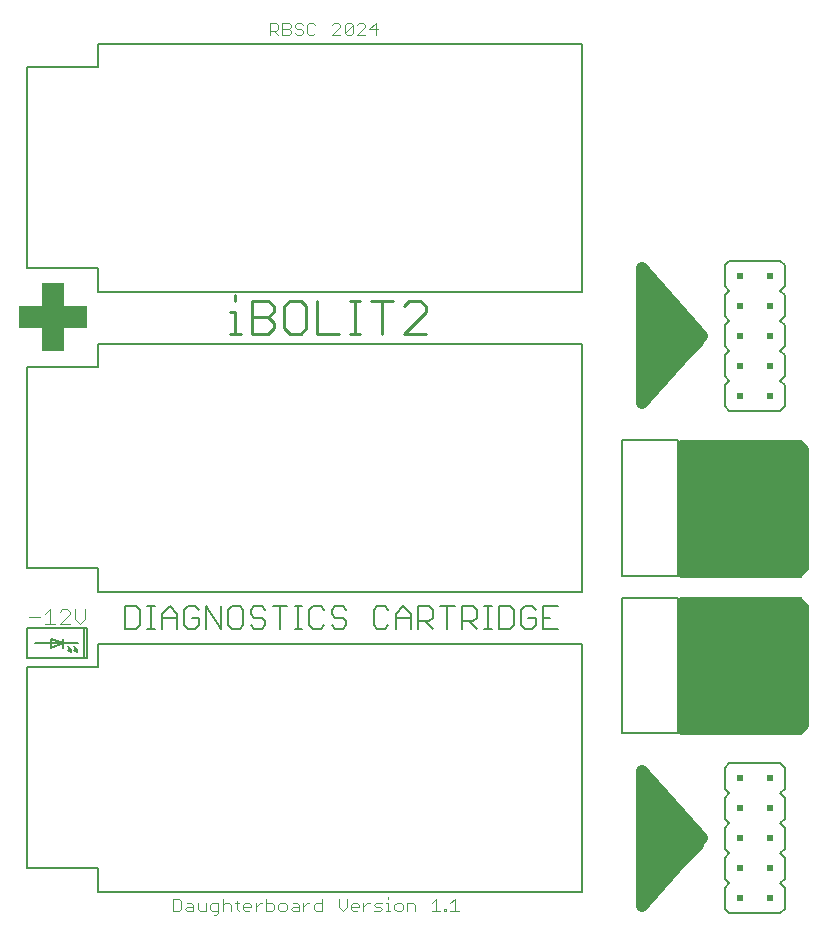
<source format=gto>
G75*
%MOIN*%
%OFA0B0*%
%FSLAX25Y25*%
%IPPOS*%
%LPD*%
%AMOC8*
5,1,8,0,0,1.08239X$1,22.5*
%
%ADD10C,0.00400*%
%ADD11C,0.04000*%
%ADD12C,0.01000*%
%ADD13C,0.00900*%
%ADD14C,0.00600*%
%ADD15R,0.07500X0.22500*%
%ADD16R,0.22500X0.07500*%
%ADD17C,0.00500*%
%ADD18C,0.00800*%
%ADD19R,0.02400X0.02400*%
%ADD20R,0.01000X0.10000*%
D10*
X0062757Y0005040D02*
X0064809Y0005040D01*
X0065493Y0005724D01*
X0065493Y0008460D01*
X0064809Y0009144D01*
X0062757Y0009144D01*
X0062757Y0005040D01*
X0066901Y0005724D02*
X0067585Y0006408D01*
X0069637Y0006408D01*
X0069637Y0007092D02*
X0069637Y0005040D01*
X0067585Y0005040D01*
X0066901Y0005724D01*
X0067585Y0007776D02*
X0068953Y0007776D01*
X0069637Y0007092D01*
X0071044Y0007776D02*
X0071044Y0005724D01*
X0071728Y0005040D01*
X0073780Y0005040D01*
X0073780Y0007776D01*
X0075188Y0007092D02*
X0075188Y0005724D01*
X0075872Y0005040D01*
X0077924Y0005040D01*
X0077924Y0004356D02*
X0077924Y0007776D01*
X0075872Y0007776D01*
X0075188Y0007092D01*
X0076556Y0003672D02*
X0077240Y0003672D01*
X0077924Y0004356D01*
X0079332Y0005040D02*
X0079332Y0009144D01*
X0080015Y0007776D02*
X0081383Y0007776D01*
X0082067Y0007092D01*
X0082067Y0005040D01*
X0084159Y0005724D02*
X0084159Y0008460D01*
X0083475Y0007776D02*
X0084843Y0007776D01*
X0086237Y0007092D02*
X0086921Y0007776D01*
X0088289Y0007776D01*
X0088973Y0007092D01*
X0088973Y0006408D01*
X0086237Y0006408D01*
X0086237Y0005724D02*
X0086237Y0007092D01*
X0086237Y0005724D02*
X0086921Y0005040D01*
X0088289Y0005040D01*
X0090381Y0005040D02*
X0090381Y0007776D01*
X0091749Y0007776D02*
X0092433Y0007776D01*
X0091749Y0007776D02*
X0090381Y0006408D01*
X0093834Y0007776D02*
X0095886Y0007776D01*
X0096570Y0007092D01*
X0096570Y0005724D01*
X0095886Y0005040D01*
X0093834Y0005040D01*
X0093834Y0009144D01*
X0097977Y0007092D02*
X0097977Y0005724D01*
X0098661Y0005040D01*
X0100029Y0005040D01*
X0100713Y0005724D01*
X0100713Y0007092D01*
X0100029Y0007776D01*
X0098661Y0007776D01*
X0097977Y0007092D01*
X0102121Y0005724D02*
X0102805Y0006408D01*
X0104857Y0006408D01*
X0104857Y0007092D02*
X0104857Y0005040D01*
X0102805Y0005040D01*
X0102121Y0005724D01*
X0102805Y0007776D02*
X0104173Y0007776D01*
X0104857Y0007092D01*
X0106265Y0007776D02*
X0106265Y0005040D01*
X0106265Y0006408D02*
X0107632Y0007776D01*
X0108316Y0007776D01*
X0109717Y0007092D02*
X0109717Y0005724D01*
X0110401Y0005040D01*
X0112453Y0005040D01*
X0112453Y0009144D01*
X0112453Y0007776D02*
X0110401Y0007776D01*
X0109717Y0007092D01*
X0118005Y0006408D02*
X0119372Y0005040D01*
X0120740Y0006408D01*
X0120740Y0009144D01*
X0122148Y0007092D02*
X0122832Y0007776D01*
X0124200Y0007776D01*
X0124884Y0007092D01*
X0124884Y0006408D01*
X0122148Y0006408D01*
X0122148Y0005724D02*
X0122148Y0007092D01*
X0122148Y0005724D02*
X0122832Y0005040D01*
X0124200Y0005040D01*
X0126292Y0005040D02*
X0126292Y0007776D01*
X0127659Y0007776D02*
X0128343Y0007776D01*
X0127659Y0007776D02*
X0126292Y0006408D01*
X0129745Y0007092D02*
X0130428Y0007776D01*
X0132480Y0007776D01*
X0133888Y0007776D02*
X0134572Y0007776D01*
X0134572Y0005040D01*
X0133888Y0005040D02*
X0135256Y0005040D01*
X0136650Y0005724D02*
X0136650Y0007092D01*
X0137334Y0007776D01*
X0138702Y0007776D01*
X0139386Y0007092D01*
X0139386Y0005724D01*
X0138702Y0005040D01*
X0137334Y0005040D01*
X0136650Y0005724D01*
X0134572Y0009144D02*
X0134572Y0009827D01*
X0131796Y0006408D02*
X0130428Y0006408D01*
X0129745Y0007092D01*
X0129745Y0005040D02*
X0131796Y0005040D01*
X0132480Y0005724D01*
X0131796Y0006408D01*
X0140794Y0005040D02*
X0140794Y0007776D01*
X0142846Y0007776D01*
X0143530Y0007092D01*
X0143530Y0005040D01*
X0149081Y0005040D02*
X0151817Y0005040D01*
X0150449Y0005040D02*
X0150449Y0009144D01*
X0149081Y0007776D01*
X0153225Y0005724D02*
X0153909Y0005724D01*
X0153909Y0005040D01*
X0153225Y0005040D01*
X0153225Y0005724D01*
X0155296Y0005040D02*
X0158032Y0005040D01*
X0156664Y0005040D02*
X0156664Y0009144D01*
X0155296Y0007776D01*
X0118005Y0009144D02*
X0118005Y0006408D01*
X0084843Y0005040D02*
X0084159Y0005724D01*
X0080015Y0007776D02*
X0079332Y0007092D01*
X0031871Y0100540D02*
X0033576Y0102245D01*
X0033576Y0105656D01*
X0030166Y0105656D02*
X0030166Y0102245D01*
X0031871Y0100540D01*
X0028501Y0100540D02*
X0025090Y0100540D01*
X0028501Y0103951D01*
X0028501Y0104803D01*
X0027648Y0105656D01*
X0025943Y0105656D01*
X0025090Y0104803D01*
X0021721Y0105656D02*
X0021721Y0100540D01*
X0023426Y0100540D02*
X0020015Y0100540D01*
X0018351Y0103098D02*
X0014940Y0103098D01*
X0020015Y0103951D02*
X0021721Y0105656D01*
X0095148Y0297040D02*
X0095148Y0301144D01*
X0097200Y0301144D01*
X0097884Y0300460D01*
X0097884Y0299092D01*
X0097200Y0298408D01*
X0095148Y0298408D01*
X0096516Y0298408D02*
X0097884Y0297040D01*
X0099292Y0297040D02*
X0101343Y0297040D01*
X0102027Y0297724D01*
X0102027Y0298408D01*
X0101343Y0299092D01*
X0099292Y0299092D01*
X0101343Y0299092D02*
X0102027Y0299776D01*
X0102027Y0300460D01*
X0101343Y0301144D01*
X0099292Y0301144D01*
X0099292Y0297040D01*
X0103435Y0297724D02*
X0104119Y0297040D01*
X0105487Y0297040D01*
X0106171Y0297724D01*
X0106171Y0298408D01*
X0105487Y0299092D01*
X0104119Y0299092D01*
X0103435Y0299776D01*
X0103435Y0300460D01*
X0104119Y0301144D01*
X0105487Y0301144D01*
X0106171Y0300460D01*
X0107579Y0300460D02*
X0107579Y0297724D01*
X0108263Y0297040D01*
X0109630Y0297040D01*
X0110314Y0297724D01*
X0110314Y0300460D02*
X0109630Y0301144D01*
X0108263Y0301144D01*
X0107579Y0300460D01*
X0115866Y0300460D02*
X0116550Y0301144D01*
X0117918Y0301144D01*
X0118602Y0300460D01*
X0118602Y0299776D01*
X0115866Y0297040D01*
X0118602Y0297040D01*
X0120009Y0297724D02*
X0120009Y0300460D01*
X0120693Y0301144D01*
X0122061Y0301144D01*
X0122745Y0300460D01*
X0120009Y0297724D01*
X0120693Y0297040D01*
X0122061Y0297040D01*
X0122745Y0297724D01*
X0122745Y0300460D01*
X0124153Y0300460D02*
X0124837Y0301144D01*
X0126205Y0301144D01*
X0126889Y0300460D01*
X0126889Y0299776D01*
X0124153Y0297040D01*
X0126889Y0297040D01*
X0128296Y0299092D02*
X0130348Y0301144D01*
X0130348Y0297040D01*
X0131032Y0299092D02*
X0128296Y0299092D01*
D11*
X0219240Y0219340D02*
X0219240Y0174340D01*
X0239240Y0196840D01*
X0219240Y0219340D01*
X0219240Y0051840D02*
X0219240Y0006840D01*
X0239240Y0029340D01*
X0219240Y0051840D01*
D12*
X0219240Y0049340D02*
X0219240Y0006840D01*
X0239240Y0026840D01*
X0239240Y0029340D01*
X0219240Y0049340D01*
X0219240Y0048670D02*
X0219910Y0048670D01*
X0219240Y0047672D02*
X0220908Y0047672D01*
X0221907Y0046673D02*
X0219240Y0046673D01*
X0219240Y0045674D02*
X0222905Y0045674D01*
X0223904Y0044676D02*
X0219240Y0044676D01*
X0219240Y0043677D02*
X0224903Y0043677D01*
X0225901Y0042679D02*
X0219240Y0042679D01*
X0219240Y0041680D02*
X0226900Y0041680D01*
X0227898Y0040682D02*
X0219240Y0040682D01*
X0219240Y0039683D02*
X0228897Y0039683D01*
X0229895Y0038685D02*
X0219240Y0038685D01*
X0219240Y0037686D02*
X0230894Y0037686D01*
X0231892Y0036688D02*
X0219240Y0036688D01*
X0219240Y0035689D02*
X0232891Y0035689D01*
X0233889Y0034691D02*
X0219240Y0034691D01*
X0219240Y0033692D02*
X0234888Y0033692D01*
X0235886Y0032694D02*
X0219240Y0032694D01*
X0219240Y0031695D02*
X0236885Y0031695D01*
X0237883Y0030697D02*
X0219240Y0030697D01*
X0219240Y0029698D02*
X0238882Y0029698D01*
X0239240Y0028700D02*
X0219240Y0028700D01*
X0219240Y0027701D02*
X0239240Y0027701D01*
X0239103Y0026703D02*
X0219240Y0026703D01*
X0219240Y0025704D02*
X0238104Y0025704D01*
X0237106Y0024706D02*
X0219240Y0024706D01*
X0219240Y0023707D02*
X0236107Y0023707D01*
X0235109Y0022709D02*
X0219240Y0022709D01*
X0219240Y0021710D02*
X0234110Y0021710D01*
X0233112Y0020712D02*
X0219240Y0020712D01*
X0219240Y0019713D02*
X0232113Y0019713D01*
X0231115Y0018715D02*
X0219240Y0018715D01*
X0219240Y0017716D02*
X0230116Y0017716D01*
X0229118Y0016718D02*
X0219240Y0016718D01*
X0219240Y0015719D02*
X0228119Y0015719D01*
X0227121Y0014721D02*
X0219240Y0014721D01*
X0219240Y0013722D02*
X0226122Y0013722D01*
X0225124Y0012724D02*
X0219240Y0012724D01*
X0219240Y0011725D02*
X0224125Y0011725D01*
X0223127Y0010727D02*
X0219240Y0010727D01*
X0219240Y0009728D02*
X0222128Y0009728D01*
X0221130Y0008730D02*
X0219240Y0008730D01*
X0219240Y0007731D02*
X0220131Y0007731D01*
X0231740Y0064340D02*
X0231740Y0109340D01*
X0271740Y0109340D01*
X0274240Y0106840D01*
X0274240Y0066840D01*
X0271740Y0064340D01*
X0231740Y0064340D01*
X0231740Y0064646D02*
X0272046Y0064646D01*
X0273045Y0065645D02*
X0231740Y0065645D01*
X0231740Y0066643D02*
X0274043Y0066643D01*
X0274240Y0067642D02*
X0231740Y0067642D01*
X0231740Y0068640D02*
X0274240Y0068640D01*
X0274240Y0069639D02*
X0231740Y0069639D01*
X0231740Y0070637D02*
X0274240Y0070637D01*
X0274240Y0071636D02*
X0231740Y0071636D01*
X0231740Y0072634D02*
X0274240Y0072634D01*
X0274240Y0073633D02*
X0231740Y0073633D01*
X0231740Y0074631D02*
X0274240Y0074631D01*
X0274240Y0075630D02*
X0231740Y0075630D01*
X0231740Y0076628D02*
X0274240Y0076628D01*
X0274240Y0077627D02*
X0231740Y0077627D01*
X0231740Y0078625D02*
X0274240Y0078625D01*
X0274240Y0079624D02*
X0231740Y0079624D01*
X0231740Y0080622D02*
X0274240Y0080622D01*
X0274240Y0081621D02*
X0231740Y0081621D01*
X0231740Y0082619D02*
X0274240Y0082619D01*
X0274240Y0083618D02*
X0231740Y0083618D01*
X0231740Y0084616D02*
X0274240Y0084616D01*
X0274240Y0085615D02*
X0231740Y0085615D01*
X0231740Y0086613D02*
X0274240Y0086613D01*
X0274240Y0087612D02*
X0231740Y0087612D01*
X0231740Y0088610D02*
X0274240Y0088610D01*
X0274240Y0089609D02*
X0231740Y0089609D01*
X0231740Y0090608D02*
X0274240Y0090608D01*
X0274240Y0091606D02*
X0231740Y0091606D01*
X0231740Y0092605D02*
X0274240Y0092605D01*
X0274240Y0093603D02*
X0231740Y0093603D01*
X0231740Y0094602D02*
X0274240Y0094602D01*
X0274240Y0095600D02*
X0231740Y0095600D01*
X0231740Y0096599D02*
X0274240Y0096599D01*
X0274240Y0097597D02*
X0231740Y0097597D01*
X0231740Y0098596D02*
X0274240Y0098596D01*
X0274240Y0099594D02*
X0231740Y0099594D01*
X0231740Y0100593D02*
X0274240Y0100593D01*
X0274240Y0101591D02*
X0231740Y0101591D01*
X0231740Y0102590D02*
X0274240Y0102590D01*
X0274240Y0103588D02*
X0231740Y0103588D01*
X0231740Y0104587D02*
X0274240Y0104587D01*
X0274240Y0105585D02*
X0231740Y0105585D01*
X0231740Y0106584D02*
X0274240Y0106584D01*
X0273498Y0107582D02*
X0231740Y0107582D01*
X0231740Y0108581D02*
X0272499Y0108581D01*
X0271740Y0116840D02*
X0231740Y0116840D01*
X0231740Y0161840D01*
X0271740Y0161840D01*
X0274240Y0159340D01*
X0274240Y0119340D01*
X0271740Y0116840D01*
X0272467Y0117567D02*
X0231740Y0117567D01*
X0231740Y0118566D02*
X0273466Y0118566D01*
X0274240Y0119564D02*
X0231740Y0119564D01*
X0231740Y0120563D02*
X0274240Y0120563D01*
X0274240Y0121561D02*
X0231740Y0121561D01*
X0231740Y0122560D02*
X0274240Y0122560D01*
X0274240Y0123558D02*
X0231740Y0123558D01*
X0231740Y0124557D02*
X0274240Y0124557D01*
X0274240Y0125555D02*
X0231740Y0125555D01*
X0231740Y0126554D02*
X0274240Y0126554D01*
X0274240Y0127552D02*
X0231740Y0127552D01*
X0231740Y0128551D02*
X0274240Y0128551D01*
X0274240Y0129549D02*
X0231740Y0129549D01*
X0231740Y0130548D02*
X0274240Y0130548D01*
X0274240Y0131546D02*
X0231740Y0131546D01*
X0231740Y0132545D02*
X0274240Y0132545D01*
X0274240Y0133543D02*
X0231740Y0133543D01*
X0231740Y0134542D02*
X0274240Y0134542D01*
X0274240Y0135541D02*
X0231740Y0135541D01*
X0231740Y0136539D02*
X0274240Y0136539D01*
X0274240Y0137538D02*
X0231740Y0137538D01*
X0231740Y0138536D02*
X0274240Y0138536D01*
X0274240Y0139535D02*
X0231740Y0139535D01*
X0231740Y0140533D02*
X0274240Y0140533D01*
X0274240Y0141532D02*
X0231740Y0141532D01*
X0231740Y0142530D02*
X0274240Y0142530D01*
X0274240Y0143529D02*
X0231740Y0143529D01*
X0231740Y0144527D02*
X0274240Y0144527D01*
X0274240Y0145526D02*
X0231740Y0145526D01*
X0231740Y0146524D02*
X0274240Y0146524D01*
X0274240Y0147523D02*
X0231740Y0147523D01*
X0231740Y0148521D02*
X0274240Y0148521D01*
X0274240Y0149520D02*
X0231740Y0149520D01*
X0231740Y0150518D02*
X0274240Y0150518D01*
X0274240Y0151517D02*
X0231740Y0151517D01*
X0231740Y0152515D02*
X0274240Y0152515D01*
X0274240Y0153514D02*
X0231740Y0153514D01*
X0231740Y0154512D02*
X0274240Y0154512D01*
X0274240Y0155511D02*
X0231740Y0155511D01*
X0231740Y0156509D02*
X0274240Y0156509D01*
X0274240Y0157508D02*
X0231740Y0157508D01*
X0231740Y0158506D02*
X0274240Y0158506D01*
X0274075Y0159505D02*
X0231740Y0159505D01*
X0231740Y0160503D02*
X0273077Y0160503D01*
X0272078Y0161502D02*
X0231740Y0161502D01*
X0219240Y0174340D02*
X0219240Y0216840D01*
X0239240Y0196840D01*
X0239240Y0194340D01*
X0219240Y0174340D01*
X0219240Y0174482D02*
X0219382Y0174482D01*
X0219240Y0175481D02*
X0220381Y0175481D01*
X0221379Y0176479D02*
X0219240Y0176479D01*
X0219240Y0177478D02*
X0222378Y0177478D01*
X0223377Y0178477D02*
X0219240Y0178477D01*
X0219240Y0179475D02*
X0224375Y0179475D01*
X0225374Y0180474D02*
X0219240Y0180474D01*
X0219240Y0181472D02*
X0226372Y0181472D01*
X0227371Y0182471D02*
X0219240Y0182471D01*
X0219240Y0183469D02*
X0228369Y0183469D01*
X0229368Y0184468D02*
X0219240Y0184468D01*
X0219240Y0185466D02*
X0230366Y0185466D01*
X0231365Y0186465D02*
X0219240Y0186465D01*
X0219240Y0187463D02*
X0232363Y0187463D01*
X0233362Y0188462D02*
X0219240Y0188462D01*
X0219240Y0189460D02*
X0234360Y0189460D01*
X0235359Y0190459D02*
X0219240Y0190459D01*
X0219240Y0191457D02*
X0236357Y0191457D01*
X0237356Y0192456D02*
X0219240Y0192456D01*
X0219240Y0193454D02*
X0238354Y0193454D01*
X0239240Y0194453D02*
X0219240Y0194453D01*
X0219240Y0195451D02*
X0239240Y0195451D01*
X0239240Y0196450D02*
X0219240Y0196450D01*
X0219240Y0197448D02*
X0238632Y0197448D01*
X0237633Y0198447D02*
X0219240Y0198447D01*
X0219240Y0199445D02*
X0236635Y0199445D01*
X0235636Y0200444D02*
X0219240Y0200444D01*
X0219240Y0201442D02*
X0234638Y0201442D01*
X0233639Y0202441D02*
X0219240Y0202441D01*
X0219240Y0203439D02*
X0232641Y0203439D01*
X0231642Y0204438D02*
X0219240Y0204438D01*
X0219240Y0205436D02*
X0230644Y0205436D01*
X0229645Y0206435D02*
X0219240Y0206435D01*
X0219240Y0207433D02*
X0228647Y0207433D01*
X0227648Y0208432D02*
X0219240Y0208432D01*
X0219240Y0209430D02*
X0226650Y0209430D01*
X0225651Y0210429D02*
X0219240Y0210429D01*
X0219240Y0211427D02*
X0224653Y0211427D01*
X0223654Y0212426D02*
X0219240Y0212426D01*
X0219240Y0213424D02*
X0222656Y0213424D01*
X0221657Y0214423D02*
X0219240Y0214423D01*
X0219240Y0215421D02*
X0220659Y0215421D01*
X0219660Y0216420D02*
X0219240Y0216420D01*
D13*
X0147095Y0206579D02*
X0147095Y0204759D01*
X0139815Y0197479D01*
X0147095Y0197479D01*
X0147095Y0206579D02*
X0145275Y0208399D01*
X0141635Y0208399D01*
X0139815Y0206579D01*
X0136219Y0208399D02*
X0128939Y0208399D01*
X0132579Y0208399D02*
X0132579Y0197479D01*
X0125329Y0197479D02*
X0121689Y0197479D01*
X0123509Y0197479D02*
X0123509Y0208399D01*
X0121689Y0208399D02*
X0125329Y0208399D01*
X0118094Y0197479D02*
X0110813Y0197479D01*
X0110813Y0208399D01*
X0107218Y0206579D02*
X0105398Y0208399D01*
X0101758Y0208399D01*
X0099938Y0206579D01*
X0099938Y0199299D01*
X0101758Y0197479D01*
X0105398Y0197479D01*
X0107218Y0199299D01*
X0107218Y0206579D01*
X0096343Y0206579D02*
X0096343Y0204759D01*
X0094523Y0202939D01*
X0089063Y0202939D01*
X0083632Y0204759D02*
X0083632Y0197479D01*
X0081812Y0197479D02*
X0085452Y0197479D01*
X0089063Y0197479D02*
X0094523Y0197479D01*
X0096343Y0199299D01*
X0096343Y0201119D01*
X0094523Y0202939D01*
X0096343Y0206579D02*
X0094523Y0208399D01*
X0089063Y0208399D01*
X0089063Y0197479D01*
X0083632Y0204759D02*
X0081812Y0204759D01*
X0083632Y0208399D02*
X0083632Y0210219D01*
D14*
X0082532Y0106546D02*
X0081298Y0105312D01*
X0081298Y0100374D01*
X0082532Y0099140D01*
X0085001Y0099140D01*
X0086235Y0100374D01*
X0086235Y0105312D01*
X0085001Y0106546D01*
X0082532Y0106546D01*
X0078869Y0106546D02*
X0078869Y0099140D01*
X0073931Y0106546D01*
X0073931Y0099140D01*
X0071503Y0100374D02*
X0071503Y0102843D01*
X0069034Y0102843D01*
X0071503Y0100374D02*
X0070268Y0099140D01*
X0067799Y0099140D01*
X0066565Y0100374D01*
X0066565Y0105312D01*
X0067799Y0106546D01*
X0070268Y0106546D01*
X0071503Y0105312D01*
X0064136Y0104078D02*
X0064136Y0099140D01*
X0064136Y0102843D02*
X0059199Y0102843D01*
X0059199Y0104078D02*
X0059199Y0099140D01*
X0056757Y0099140D02*
X0054288Y0099140D01*
X0055522Y0099140D02*
X0055522Y0106546D01*
X0054288Y0106546D02*
X0056757Y0106546D01*
X0059199Y0104078D02*
X0061668Y0106546D01*
X0064136Y0104078D01*
X0051859Y0105312D02*
X0051859Y0100374D01*
X0050625Y0099140D01*
X0046922Y0099140D01*
X0046922Y0106546D01*
X0050625Y0106546D01*
X0051859Y0105312D01*
X0034240Y0099340D02*
X0034240Y0089340D01*
X0014240Y0089340D01*
X0014240Y0099340D01*
X0034240Y0099340D01*
X0031240Y0094340D02*
X0026240Y0094340D01*
X0026240Y0092840D01*
X0026240Y0094340D02*
X0026240Y0095840D01*
X0026240Y0094340D02*
X0022240Y0092840D01*
X0022240Y0095840D01*
X0026240Y0094340D01*
X0016740Y0094340D01*
X0027740Y0093340D02*
X0028740Y0091340D01*
X0027940Y0091940D01*
X0028740Y0092340D01*
X0028740Y0091340D01*
X0029940Y0091940D02*
X0030740Y0092340D01*
X0030740Y0091340D01*
X0029940Y0091940D01*
X0030740Y0091340D02*
X0029740Y0093340D01*
X0088664Y0100374D02*
X0089898Y0099140D01*
X0092367Y0099140D01*
X0093601Y0100374D01*
X0093601Y0101609D01*
X0092367Y0102843D01*
X0089898Y0102843D01*
X0088664Y0104078D01*
X0088664Y0105312D01*
X0089898Y0106546D01*
X0092367Y0106546D01*
X0093601Y0105312D01*
X0096030Y0106546D02*
X0100968Y0106546D01*
X0103397Y0106546D02*
X0105865Y0106546D01*
X0104631Y0106546D02*
X0104631Y0099140D01*
X0103397Y0099140D02*
X0105865Y0099140D01*
X0108307Y0100374D02*
X0109542Y0099140D01*
X0112011Y0099140D01*
X0113245Y0100374D01*
X0115674Y0100374D02*
X0116908Y0099140D01*
X0119377Y0099140D01*
X0120611Y0100374D01*
X0120611Y0101609D01*
X0119377Y0102843D01*
X0116908Y0102843D01*
X0115674Y0104078D01*
X0115674Y0105312D01*
X0116908Y0106546D01*
X0119377Y0106546D01*
X0120611Y0105312D01*
X0113245Y0105312D02*
X0112011Y0106546D01*
X0109542Y0106546D01*
X0108307Y0105312D01*
X0108307Y0100374D01*
X0098499Y0099140D02*
X0098499Y0106546D01*
X0129699Y0105312D02*
X0129699Y0100374D01*
X0130933Y0099140D01*
X0133402Y0099140D01*
X0134636Y0100374D01*
X0137065Y0099140D02*
X0137065Y0104078D01*
X0139534Y0106546D01*
X0142003Y0104078D01*
X0142003Y0099140D01*
X0144431Y0099140D02*
X0144431Y0106546D01*
X0148135Y0106546D01*
X0149369Y0105312D01*
X0149369Y0102843D01*
X0148135Y0101609D01*
X0144431Y0101609D01*
X0146900Y0101609D02*
X0149369Y0099140D01*
X0154266Y0099140D02*
X0154266Y0106546D01*
X0151798Y0106546D02*
X0156735Y0106546D01*
X0159164Y0106546D02*
X0162867Y0106546D01*
X0164101Y0105312D01*
X0164101Y0102843D01*
X0162867Y0101609D01*
X0159164Y0101609D01*
X0161633Y0101609D02*
X0164101Y0099140D01*
X0166530Y0099140D02*
X0168999Y0099140D01*
X0167765Y0099140D02*
X0167765Y0106546D01*
X0168999Y0106546D02*
X0166530Y0106546D01*
X0171441Y0106546D02*
X0171441Y0099140D01*
X0175144Y0099140D01*
X0176379Y0100374D01*
X0176379Y0105312D01*
X0175144Y0106546D01*
X0171441Y0106546D01*
X0178807Y0105312D02*
X0178807Y0100374D01*
X0180042Y0099140D01*
X0182511Y0099140D01*
X0183745Y0100374D01*
X0183745Y0102843D01*
X0181276Y0102843D01*
X0178807Y0105312D02*
X0180042Y0106546D01*
X0182511Y0106546D01*
X0183745Y0105312D01*
X0186174Y0106546D02*
X0186174Y0099140D01*
X0191111Y0099140D01*
X0188642Y0102843D02*
X0186174Y0102843D01*
X0186174Y0106546D02*
X0191111Y0106546D01*
X0159164Y0106546D02*
X0159164Y0099140D01*
X0142003Y0102843D02*
X0137065Y0102843D01*
X0134636Y0105312D02*
X0133402Y0106546D01*
X0130933Y0106546D01*
X0129699Y0105312D01*
X0246740Y0052840D02*
X0246740Y0045840D01*
X0248240Y0044340D01*
X0246740Y0042840D01*
X0246740Y0035840D01*
X0248240Y0034340D01*
X0246740Y0032840D01*
X0246740Y0025840D01*
X0248240Y0024340D01*
X0246740Y0022840D01*
X0246740Y0015840D01*
X0248240Y0014340D01*
X0246740Y0012840D01*
X0246740Y0005840D01*
X0248240Y0004340D01*
X0265240Y0004340D01*
X0266740Y0005840D01*
X0266740Y0012840D01*
X0265240Y0014340D01*
X0266740Y0015840D01*
X0266740Y0022840D01*
X0265240Y0024340D01*
X0266740Y0025840D01*
X0266740Y0032840D01*
X0265240Y0034340D01*
X0266740Y0035840D01*
X0266740Y0042840D01*
X0265240Y0044340D01*
X0266740Y0045840D01*
X0266740Y0052840D01*
X0265240Y0054340D01*
X0248240Y0054340D01*
X0246740Y0052840D01*
X0248240Y0171840D02*
X0246740Y0173340D01*
X0246740Y0180340D01*
X0248240Y0181840D01*
X0246740Y0183340D01*
X0246740Y0190340D01*
X0248240Y0191840D01*
X0246740Y0193340D01*
X0246740Y0200340D01*
X0248240Y0201840D01*
X0246740Y0203340D01*
X0246740Y0210340D01*
X0248240Y0211840D01*
X0246740Y0213340D01*
X0246740Y0220340D01*
X0248240Y0221840D01*
X0265240Y0221840D01*
X0266740Y0220340D01*
X0266740Y0213340D01*
X0265240Y0211840D01*
X0266740Y0210340D01*
X0266740Y0203340D01*
X0265240Y0201840D01*
X0266740Y0200340D01*
X0266740Y0193340D01*
X0265240Y0191840D01*
X0266740Y0190340D01*
X0266740Y0183340D01*
X0265240Y0181840D01*
X0266740Y0180340D01*
X0266740Y0173340D01*
X0265240Y0171840D01*
X0248240Y0171840D01*
D15*
X0022990Y0203090D03*
D16*
X0022990Y0203090D03*
D17*
X0014240Y0019340D02*
X0037862Y0019340D01*
X0037862Y0011466D01*
X0199279Y0011466D01*
X0199279Y0094143D01*
X0037862Y0094143D01*
X0037862Y0086269D01*
X0014240Y0086269D01*
X0014240Y0019340D01*
X0037862Y0111466D02*
X0199279Y0111466D01*
X0199279Y0194143D01*
X0037862Y0194143D01*
X0037862Y0186269D01*
X0014240Y0186269D01*
X0014240Y0119340D01*
X0037862Y0119340D01*
X0037862Y0111466D01*
X0037862Y0211466D02*
X0199279Y0211466D01*
X0199279Y0294143D01*
X0037862Y0294143D01*
X0037862Y0286269D01*
X0014240Y0286269D01*
X0014240Y0219340D01*
X0037862Y0219340D01*
X0037862Y0211466D01*
D18*
X0212370Y0161978D02*
X0212370Y0116702D01*
X0231268Y0116702D01*
X0231268Y0161978D01*
X0212370Y0161978D01*
X0212370Y0109478D02*
X0231268Y0109478D01*
X0231268Y0064202D01*
X0212370Y0064202D01*
X0212370Y0109478D01*
D19*
X0251740Y0049340D03*
X0261740Y0049340D03*
X0261740Y0039340D03*
X0261740Y0029340D03*
X0261740Y0019340D03*
X0261740Y0009340D03*
X0251740Y0009340D03*
X0251740Y0019340D03*
X0251740Y0029340D03*
X0251740Y0039340D03*
X0251740Y0176840D03*
X0261740Y0176840D03*
X0261740Y0186840D03*
X0261740Y0196840D03*
X0261740Y0206840D03*
X0261740Y0216840D03*
X0251740Y0216840D03*
X0251740Y0206840D03*
X0251740Y0196840D03*
X0251740Y0186840D03*
D20*
X0033240Y0094340D03*
M02*

</source>
